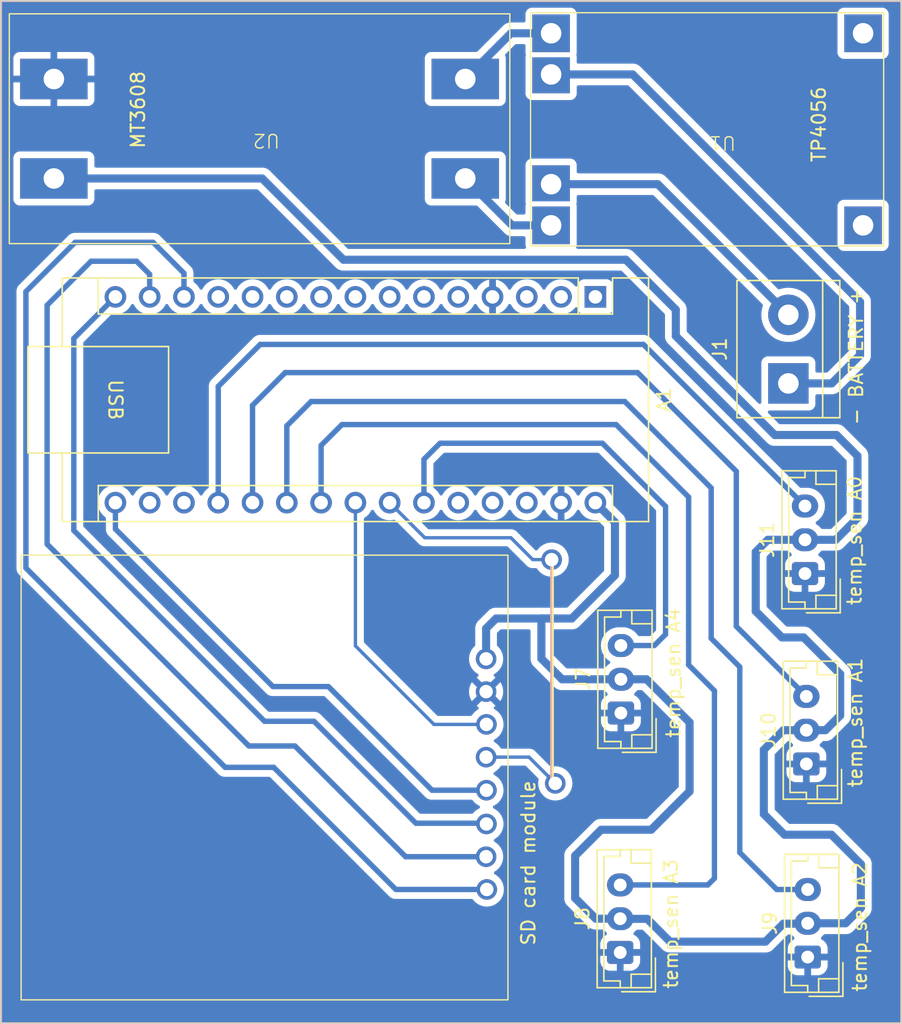
<source format=kicad_pcb>
(kicad_pcb (version 20221018) (generator pcbnew)
  (layers (0 "F.Cu" signal) (31 "B.Cu" signal) (34 "B.Paste" user) (35 "F.Paste" user) (36 "B.SilkS" user "B.Silkscreen") (37 "F.SilkS" user "F.Silkscreen") (38 "B.Mask" user) (39 "F.Mask" user) (44 "Edge.Cuts" user))
  (net 0 "")
  (net 4 "GND")
  (net 13 "CS")
  (net 14 "MOSI")
  (net 15 "MISO")
  (net 16 "SCK")
  (net 19 "A0")
  (net 20 "A1")
  (net 21 "A2")
  (net 22 "A3")
  (net 23 "SCL")
  (net 24 "SDA")
  (net 25 "A4")
  (net 29 "+5V")
  (net 30 "BAT+")
  (net 31 "BAT-")
  (net 34 "OUT+")
  (net 35 "OUT-")
  (footprint "Module:Arduino_Nano" (layer "F.Cu") (at 150.45 77.67 -90)
    (fp_text reference "A1" (at 7.62 -5.08 90) (layer "F.SilkS"))
    (fp_text value "Arduino_Nano_v3.x")
    (fp_text user "USB" (at 7.62 35.56 -90 unlocked) (layer "F.SilkS"))
    (fp_line (start -1.4 -3.94) (end -1.4 -1.27) (stroke (width 0.12)) (layer "F.SilkS"))
    (fp_line (start -1.4 1.27) (end -1.4 39.5) (stroke (width 0.12)) (layer "F.SilkS"))
    (fp_line (start -1.4 39.5) (end 3.68 39.5) (stroke (width 0.12)) (layer "F.SilkS"))
    (fp_line (start 1.27 -1.27) (end -1.4 -1.27) (stroke (width 0.12)) (layer "F.SilkS"))
    (fp_line (start 1.27 1.27) (end -1.4 1.27) (stroke (width 0.12)) (layer "F.SilkS"))
    (fp_line (start 1.27 1.27) (end 1.27 -1.27) (stroke (width 0.12)) (layer "F.SilkS"))
    (fp_line (start 1.27 1.27) (end 1.27 36.83) (stroke (width 0.12)) (layer "F.SilkS"))
    (fp_line (start 1.27 36.83) (end -1.4 36.83) (stroke (width 0.12)) (layer "F.SilkS"))
    (fp_line (start 3.68 31.62) (end 11.56 31.62) (stroke (width 0.12)) (layer "F.SilkS"))
    (fp_line (start 3.68 42.04) (end 3.68 31.62) (stroke (width 0.12)) (layer "F.SilkS"))
    (fp_line (start 11.56 31.62) (end 11.56 42.04) (stroke (width 0.12)) (layer "F.SilkS"))
    (fp_line (start 11.56 42.04) (end 3.68 42.04) (stroke (width 0.12)) (layer "F.SilkS"))
    (fp_line (start 13.97 -1.27) (end 13.97 36.83) (stroke (width 0.12)) (layer "F.SilkS"))
    (fp_line (start 13.97 -1.27) (end 16.64 -1.27) (stroke (width 0.12)) (layer "F.SilkS"))
    (fp_line (start 13.97 36.83) (end 16.64 36.83) (stroke (width 0.12)) (layer "F.SilkS"))
    (fp_line (start 16.64 -3.94) (end -1.4 -3.94) (stroke (width 0.12)) (layer "F.SilkS"))
    (fp_line (start 16.64 39.5) (end 11.56 39.5) (stroke (width 0.12)) (layer "F.SilkS"))
    (fp_line (start 16.64 39.5) (end 16.64 -3.94) (stroke (width 0.12)) (layer "F.SilkS"))
    (pad "1" thru_hole rect (at 0 0 270) (size 1.6 1.6) (drill 1) (layers "*.Cu" "*.Mask"))
    (pad "2" thru_hole oval (at 0 2.54 270) (size 1.6 1.6) (drill 1) (layers "*.Cu" "*.Mask"))
    (pad "3" thru_hole oval (at 0 5.08 270) (size 1.6 1.6) (drill 1) (layers "*.Cu" "*.Mask"))
    (pad "4" thru_hole oval (at 0 7.62 270) (size 1.6 1.6) (drill 1) (layers "*.Cu" "*.Mask") (net 4 "GND"))
    (pad "5" thru_hole oval (at 0 10.16 270) (size 1.6 1.6) (drill 1) (layers "*.Cu" "*.Mask"))
    (pad "6" thru_hole oval (at 0 12.7 270) (size 1.6 1.6) (drill 1) (layers "*.Cu" "*.Mask"))
    (pad "7" thru_hole oval (at 0 15.24 270) (size 1.6 1.6) (drill 1) (layers "*.Cu" "*.Mask"))
    (pad "8" thru_hole oval (at 0 17.78 270) (size 1.6 1.6) (drill 1) (layers "*.Cu" "*.Mask"))
    (pad "9" thru_hole oval (at 0 20.32 270) (size 1.6 1.6) (drill 1) (layers "*.Cu" "*.Mask"))
    (pad "10" thru_hole oval (at 0 22.86 270) (size 1.6 1.6) (drill 1) (layers "*.Cu" "*.Mask"))
    (pad "11" thru_hole oval (at 0 25.4 270) (size 1.6 1.6) (drill 1) (layers "*.Cu" "*.Mask"))
    (pad "12" thru_hole oval (at 0 27.94 270) (size 1.6 1.6) (drill 1) (layers "*.Cu" "*.Mask"))
    (pad "13" thru_hole oval (at 0 30.48 270) (size 1.6 1.6) (drill 1) (layers "*.Cu" "*.Mask") (net 13 "CS"))
    (pad "14" thru_hole oval (at 0 33.02 270) (size 1.6 1.6) (drill 1) (layers "*.Cu" "*.Mask") (net 14 "MOSI"))
    (pad "15" thru_hole oval (at 0 35.56 270) (size 1.6 1.6) (drill 1) (layers "*.Cu" "*.Mask") (net 15 "MISO"))
    (pad "16" thru_hole oval (at 15.24 35.56 270) (size 1.6 1.6) (drill 1) (layers "*.Cu" "*.Mask") (net 16 "SCK"))
    (pad "17" thru_hole oval (at 15.24 33.02 270) (size 1.6 1.6) (drill 1) (layers "*.Cu" "*.Mask"))
    (pad "18" thru_hole oval (at 15.24 30.48 270) (size 1.6 1.6) (drill 1) (layers "*.Cu" "*.Mask"))
    (pad "19" thru_hole oval (at 15.24 27.94 270) (size 1.6 1.6) (drill 1) (layers "*.Cu" "*.Mask") (net 19 "A0"))
    (pad "20" thru_hole oval (at 15.24 25.4 270) (size 1.6 1.6) (drill 1) (layers "*.Cu" "*.Mask") (net 20 "A1"))
    (pad "21" thru_hole oval (at 15.24 22.86 270) (size 1.6 1.6) (drill 1) (layers "*.Cu" "*.Mask") (net 21 "A2"))
    (pad "22" thru_hole oval (at 15.24 20.32 270) (size 1.6 1.6) (drill 1) (layers "*.Cu" "*.Mask") (net 22 "A3"))
    (pad "23" thru_hole oval (at 15.24 17.78 270) (size 1.6 1.6) (drill 1) (layers "*.Cu" "*.Mask") (net 24 "SDA"))
    (pad "24" thru_hole oval (at 15.24 15.24 270) (size 1.6 1.6) (drill 1) (layers "*.Cu" "*.Mask") (net 23 "SCL"))
    (pad "25" thru_hole oval (at 15.24 12.7 270) (size 1.6 1.6) (drill 1) (layers "*.Cu" "*.Mask") (net 25 "A4"))
    (pad "26" thru_hole oval (at 15.24 10.16 270) (size 1.6 1.6) (drill 1) (layers "*.Cu" "*.Mask"))
    (pad "27" thru_hole oval (at 15.24 7.62 270) (size 1.6 1.6) (drill 1) (layers "*.Cu" "*.Mask"))
    (pad "28" thru_hole oval (at 15.24 5.08 270) (size 1.6 1.6) (drill 1) (layers "*.Cu" "*.Mask"))
    (pad "29" thru_hole oval (at 15.24 2.54 270) (size 1.6 1.6) (drill 1) (layers "*.Cu" "*.Mask") (net 4 "GND"))
    (pad "30" thru_hole oval (at 15.24 0 270) (size 1.6 1.6) (drill 1) (layers "*.Cu" "*.Mask") (net 29 "+5V"))
  )
  (footprint "" (layer "F.Cu") (at 147.21 97.13)
    (fp_text reference "" (at 0 0) (layer "F.SilkS") (effects (font (size 1.27 1.27))))
    (fp_text value "" (at 0 0) (layer "F.SilkS") (effects (font (size 1.27 1.27))))
    (pad "4" thru_hole circle (at 0 0) (size 1.524 1.524) (drill 1) (layers "*.Cu" "*.Mask") (net 23 "SCL"))
  )
  (footprint "Connector_JST:JST_EH_B3B-EH-A_1x03_P2.50mm_Vertical" (layer "F.Cu") (at 165.98 98.16 90)
    (fp_text reference "J11" (at 2.5 -2.8 90) (layer "F.SilkS"))
    (fp_text value "B3B-PH-K-S" hide)
    (fp_line (start -2.91 0.11) (end -2.91 2.61) (stroke (width 0.12)) (layer "F.SilkS"))
    (fp_line (start -2.91 2.61) (end -0.41 2.61) (stroke (width 0.12)) (layer "F.SilkS"))
    (fp_line (start -2.61 -1.71) (end -2.61 2.31) (stroke (width 0.12)) (layer "F.SilkS"))
    (fp_line (start -2.61 0) (end -2.11 0) (stroke (width 0.12)) (layer "F.SilkS"))
    (fp_line (start -2.61 0.81) (end -1.61 0.81) (stroke (width 0.12)) (layer "F.SilkS"))
    (fp_line (start -2.61 2.31) (end 7.61 2.31) (stroke (width 0.12)) (layer "F.SilkS"))
    (fp_line (start -2.11 -1.21) (end 7.11 -1.21) (stroke (width 0.12)) (layer "F.SilkS"))
    (fp_line (start -2.11 0) (end -2.11 -1.21) (stroke (width 0.12)) (layer "F.SilkS"))
    (fp_line (start -1.61 0.81) (end -1.61 2.31) (stroke (width 0.12)) (layer "F.SilkS"))
    (fp_line (start 6.61 0.81) (end 6.61 2.31) (stroke (width 0.12)) (layer "F.SilkS"))
    (fp_line (start 7.11 -1.21) (end 7.11 0) (stroke (width 0.12)) (layer "F.SilkS"))
    (fp_line (start 7.11 0) (end 7.61 0) (stroke (width 0.12)) (layer "F.SilkS"))
    (fp_line (start 7.61 -1.71) (end -2.61 -1.71) (stroke (width 0.12)) (layer "F.SilkS"))
    (fp_line (start 7.61 0.81) (end 6.61 0.81) (stroke (width 0.12)) (layer "F.SilkS"))
    (fp_line (start 7.61 2.31) (end 7.61 -1.71) (stroke (width 0.12)) (layer "F.SilkS"))
    (pad "1" thru_hole roundrect (at 0 0 90) (size 1.7 1.95) (drill 0.95) (layers "*.Cu" "*.Mask") (roundrect_rratio 0.147059) (net 4 "GND"))
    (pad "2" thru_hole oval (at 2.5 0 90) (size 1.7 1.95) (drill 0.95) (layers "*.Cu" "*.Mask") (net 29 "+5V"))
    (pad "3" thru_hole oval (at 5 0 90) (size 1.7 1.95) (drill 0.95) (layers "*.Cu" "*.Mask") (net 19 "A0"))
  )
  (footprint "" (layer "F.Cu") (at 147.48 113.7)
    (fp_text reference "" (at 0 0) (layer "F.SilkS") (effects (font (size 1.27 1.27))))
    (fp_text value "" (at 0 0) (layer "F.SilkS") (effects (font (size 1.27 1.27))))
    (pad "4" thru_hole circle (at 0 0) (size 1.524 1.524) (drill 1) (layers "*.Cu" "*.Mask") (net 23 "SCL"))
  )
  (footprint "SD card module:SD card module" (layer "F.Cu") (at 125.93 113.28)
    (fp_text reference "U3" hide)
    (fp_text value "~")
    (fp_rect (start -18.025 -16.482) (end 18.043 16.45) (stroke (width 0.1)) (fill none) (layer "F.SilkS"))
    (pad "1" thru_hole circle (at 16.425 -8.8) (size 1.524 1.524) (drill 1) (layers "*.Cu" "*.Mask") (net 29 "+5V"))
    (pad "2" thru_hole circle (at 16.425 -6.375) (size 1.524 1.524) (drill 1) (layers "*.Cu" "*.Mask") (net 4 "GND"))
    (pad "3" thru_hole circle (at 16.45 -3.95) (size 1.524 1.524) (drill 1) (layers "*.Cu" "*.Mask") (net 24 "SDA"))
    (pad "4" thru_hole circle (at 16.425 -1.525) (size 1.524 1.524) (drill 1) (layers "*.Cu" "*.Mask") (net 23 "SCL"))
    (pad "5" thru_hole circle (at 16.45 0.925) (size 1.524 1.524) (drill 1) (layers "*.Cu" "*.Mask") (net 16 "SCK"))
    (pad "6" thru_hole circle (at 16.45 3.425) (size 1.524 1.524) (drill 1) (layers "*.Cu" "*.Mask") (net 15 "MISO"))
    (pad "7" thru_hole circle (at 16.425 5.85) (size 1.524 1.524) (drill 1) (layers "*.Cu" "*.Mask") (net 14 "MOSI"))
    (pad "8" thru_hole circle (at 16.475 8.275) (size 1.524 1.524) (drill 1) (layers "*.Cu" "*.Mask") (net 13 "CS"))
  )
  (footprint "TP4056:TP4056" (layer "F.Cu") (at 159.87 65.77 180)
    (fp_text reference "U1" (at 0 -0.5 180 unlocked) (layer "F.SilkS") (effects (font (thickness 0.1))))
    (fp_text value "TP4056")
    (fp_rect (start -11.938 -8.128) (end 14.224 9.144) (stroke (width 0.1)) (fill none) (layer "F.SilkS"))
    (pad "1" thru_hole rect (at -10.414 -6.604 180) (size 2.79 2.79) (drill 1.52) (layers "*.Cu" "*.Mask"))
    (pad "2" thru_hole rect (at -10.414 7.62 180) (size 2.79 2.79) (drill 1.52) (layers "*.Cu" "*.Mask"))
    (pad "3" thru_hole rect (at 12.7 -6.604 180) (size 2.79 2.79) (drill 1.52) (layers "*.Cu" "*.Mask") (net 34 "OUT+"))
    (pad "4" thru_hole rect (at 12.7 -3.556 180) (size 2.79 2.665) (drill 1.52 (offset 0 0.0625)) (layers "*.Cu" "*.Mask") (net 30 "BAT+"))
    (pad "5" thru_hole rect (at 12.7 7.62 180) (size 2.79 2.79) (drill 1.52) (layers "*.Cu" "*.Mask") (net 35 "OUT-"))
    (pad "6" thru_hole rect (at 12.7 4.572 180) (size 2.79 2.665) (drill 1.52 (offset 0 -0.0625)) (layers "*.Cu" "*.Mask") (net 31 "BAT-"))
  )
  (footprint "Connector_JST:JST_EH_B3B-EH-A_1x03_P2.50mm_Vertical" (layer "F.Cu") (at 166.08 112.26 90)
    (fp_text reference "J10" (at 2.5 -2.8 90) (layer "F.SilkS"))
    (fp_text value "B3B-PH-K-S" hide)
    (fp_line (start -2.91 0.11) (end -2.91 2.61) (stroke (width 0.12)) (layer "F.SilkS"))
    (fp_line (start -2.91 2.61) (end -0.41 2.61) (stroke (width 0.12)) (layer "F.SilkS"))
    (fp_line (start -2.61 -1.71) (end -2.61 2.31) (stroke (width 0.12)) (layer "F.SilkS"))
    (fp_line (start -2.61 0) (end -2.11 0) (stroke (width 0.12)) (layer "F.SilkS"))
    (fp_line (start -2.61 0.81) (end -1.61 0.81) (stroke (width 0.12)) (layer "F.SilkS"))
    (fp_line (start -2.61 2.31) (end 7.61 2.31) (stroke (width 0.12)) (layer "F.SilkS"))
    (fp_line (start -2.11 -1.21) (end 7.11 -1.21) (stroke (width 0.12)) (layer "F.SilkS"))
    (fp_line (start -2.11 0) (end -2.11 -1.21) (stroke (width 0.12)) (layer "F.SilkS"))
    (fp_line (start -1.61 0.81) (end -1.61 2.31) (stroke (width 0.12)) (layer "F.SilkS"))
    (fp_line (start 6.61 0.81) (end 6.61 2.31) (stroke (width 0.12)) (layer "F.SilkS"))
    (fp_line (start 7.11 -1.21) (end 7.11 0) (stroke (width 0.12)) (layer "F.SilkS"))
    (fp_line (start 7.11 0) (end 7.61 0) (stroke (width 0.12)) (layer "F.SilkS"))
    (fp_line (start 7.61 -1.71) (end -2.61 -1.71) (stroke (width 0.12)) (layer "F.SilkS"))
    (fp_line (start 7.61 0.81) (end 6.61 0.81) (stroke (width 0.12)) (layer "F.SilkS"))
    (fp_line (start 7.61 2.31) (end 7.61 -1.71) (stroke (width 0.12)) (layer "F.SilkS"))
    (pad "1" thru_hole roundrect (at 0 0 90) (size 1.7 1.95) (drill 0.95) (layers "*.Cu" "*.Mask") (roundrect_rratio 0.147059) (net 4 "GND"))
    (pad "2" thru_hole oval (at 2.5 0 90) (size 1.7 1.95) (drill 0.95) (layers "*.Cu" "*.Mask") (net 29 "+5V"))
    (pad "3" thru_hole oval (at 5 0 90) (size 1.7 1.95) (drill 0.95) (layers "*.Cu" "*.Mask") (net 20 "A1"))
  )
  (footprint "MT3608:MT3608" (layer "F.Cu") (at 126.08 65.6 180)
    (fp_text reference "U2" (at 0 -0.5 180 unlocked) (layer "F.SilkS") (effects (font (thickness 0.1))))
    (fp_text value "MT3608")
    (fp_rect (start -18.034 -8.128) (end 19.05 8.89) (stroke (width 0.1)) (fill none) (layer "F.SilkS"))
    (pad "1" thru_hole rect (at -14.732 -3.302 180) (size 5 3) (drill 1.52) (layers "*.Cu" "*.Mask") (net 34 "OUT+"))
    (pad "2" thru_hole rect (at -14.732 4.064 180) (size 5 3) (drill 1.52) (layers "*.Cu" "*.Mask") (net 35 "OUT-"))
    (pad "3" thru_hole rect (at 15.748 -3.302 180) (size 5 3) (drill 1.52) (layers "*.Cu" "*.Mask") (net 29 "+5V"))
    (pad "4" thru_hole rect (at 15.748 4.064 180) (size 5 3) (drill 1.52) (layers "*.Cu" "*.Mask") (net 4 "GND"))
  )
  (footprint "Connector_JST:JST_EH_B3B-EH-A_1x03_P2.50mm_Vertical" (layer "F.Cu") (at 152.34 108.49 90)
    (fp_text reference "J7" (at 2.5 -2.8 90) (layer "F.SilkS"))
    (fp_text value "B3B-PH-K-S" hide)
    (fp_line (start -2.91 0.11) (end -2.91 2.61) (stroke (width 0.12)) (layer "F.SilkS"))
    (fp_line (start -2.91 2.61) (end -0.41 2.61) (stroke (width 0.12)) (layer "F.SilkS"))
    (fp_line (start -2.61 -1.71) (end -2.61 2.31) (stroke (width 0.12)) (layer "F.SilkS"))
    (fp_line (start -2.61 0) (end -2.11 0) (stroke (width 0.12)) (layer "F.SilkS"))
    (fp_line (start -2.61 0.81) (end -1.61 0.81) (stroke (width 0.12)) (layer "F.SilkS"))
    (fp_line (start -2.61 2.31) (end 7.61 2.31) (stroke (width 0.12)) (layer "F.SilkS"))
    (fp_line (start -2.11 -1.21) (end 7.11 -1.21) (stroke (width 0.12)) (layer "F.SilkS"))
    (fp_line (start -2.11 0) (end -2.11 -1.21) (stroke (width 0.12)) (layer "F.SilkS"))
    (fp_line (start -1.61 0.81) (end -1.61 2.31) (stroke (width 0.12)) (layer "F.SilkS"))
    (fp_line (start 6.61 0.81) (end 6.61 2.31) (stroke (width 0.12)) (layer "F.SilkS"))
    (fp_line (start 7.11 -1.21) (end 7.11 0) (stroke (width 0.12)) (layer "F.SilkS"))
    (fp_line (start 7.11 0) (end 7.61 0) (stroke (width 0.12)) (layer "F.SilkS"))
    (fp_line (start 7.61 -1.71) (end -2.61 -1.71) (stroke (width 0.12)) (layer "F.SilkS"))
    (fp_line (start 7.61 0.81) (end 6.61 0.81) (stroke (width 0.12)) (layer "F.SilkS"))
    (fp_line (start 7.61 2.31) (end 7.61 -1.71) (stroke (width 0.12)) (layer "F.SilkS"))
    (pad "1" thru_hole roundrect (at 0 0 90) (size 1.7 1.95) (drill 0.95) (layers "*.Cu" "*.Mask") (roundrect_rratio 0.147059) (net 4 "GND"))
    (pad "2" thru_hole oval (at 2.5 0 90) (size 1.7 1.95) (drill 0.95) (layers "*.Cu" "*.Mask") (net 29 "+5V"))
    (pad "3" thru_hole oval (at 5 0 90) (size 1.7 1.95) (drill 0.95) (layers "*.Cu" "*.Mask") (net 25 "A4"))
  )
  (footprint "Connector_JST:JST_EH_B3B-EH-A_1x03_P2.50mm_Vertical" (layer "F.Cu") (at 166.18 126.56 90)
    (fp_text reference "J9" (at 2.5 -2.8 90) (layer "F.SilkS"))
    (fp_text value "B3B-PH-K-S" hide)
    (fp_line (start -2.91 0.11) (end -2.91 2.61) (stroke (width 0.12)) (layer "F.SilkS"))
    (fp_line (start -2.91 2.61) (end -0.41 2.61) (stroke (width 0.12)) (layer "F.SilkS"))
    (fp_line (start -2.61 -1.71) (end -2.61 2.31) (stroke (width 0.12)) (layer "F.SilkS"))
    (fp_line (start -2.61 0) (end -2.11 0) (stroke (width 0.12)) (layer "F.SilkS"))
    (fp_line (start -2.61 0.81) (end -1.61 0.81) (stroke (width 0.12)) (layer "F.SilkS"))
    (fp_line (start -2.61 2.31) (end 7.61 2.31) (stroke (width 0.12)) (layer "F.SilkS"))
    (fp_line (start -2.11 -1.21) (end 7.11 -1.21) (stroke (width 0.12)) (layer "F.SilkS"))
    (fp_line (start -2.11 0) (end -2.11 -1.21) (stroke (width 0.12)) (layer "F.SilkS"))
    (fp_line (start -1.61 0.81) (end -1.61 2.31) (stroke (width 0.12)) (layer "F.SilkS"))
    (fp_line (start 6.61 0.81) (end 6.61 2.31) (stroke (width 0.12)) (layer "F.SilkS"))
    (fp_line (start 7.11 -1.21) (end 7.11 0) (stroke (width 0.12)) (layer "F.SilkS"))
    (fp_line (start 7.11 0) (end 7.61 0) (stroke (width 0.12)) (layer "F.SilkS"))
    (fp_line (start 7.61 -1.71) (end -2.61 -1.71) (stroke (width 0.12)) (layer "F.SilkS"))
    (fp_line (start 7.61 0.81) (end 6.61 0.81) (stroke (width 0.12)) (layer "F.SilkS"))
    (fp_line (start 7.61 2.31) (end 7.61 -1.71) (stroke (width 0.12)) (layer "F.SilkS"))
    (pad "1" thru_hole roundrect (at 0 0 90) (size 1.7 1.95) (drill 0.95) (layers "*.Cu" "*.Mask") (roundrect_rratio 0.147059) (net 4 "GND"))
    (pad "2" thru_hole oval (at 2.5 0 90) (size 1.7 1.95) (drill 0.95) (layers "*.Cu" "*.Mask") (net 29 "+5V"))
    (pad "3" thru_hole oval (at 5 0 90) (size 1.7 1.95) (drill 0.95) (layers "*.Cu" "*.Mask") (net 21 "A2"))
  )
  (footprint "Connector_JST:JST_EH_B3B-EH-A_1x03_P2.50mm_Vertical" (layer "F.Cu") (at 152.29 126.22 90)
    (fp_text reference "J8" (at 2.5 -2.8 90) (layer "F.SilkS"))
    (fp_text value "B3B-PH-K-S" hide)
    (fp_line (start -2.91 0.11) (end -2.91 2.61) (stroke (width 0.12)) (layer "F.SilkS"))
    (fp_line (start -2.91 2.61) (end -0.41 2.61) (stroke (width 0.12)) (layer "F.SilkS"))
    (fp_line (start -2.61 -1.71) (end -2.61 2.31) (stroke (width 0.12)) (layer "F.SilkS"))
    (fp_line (start -2.61 0) (end -2.11 0) (stroke (width 0.12)) (layer "F.SilkS"))
    (fp_line (start -2.61 0.81) (end -1.61 0.81) (stroke (width 0.12)) (layer "F.SilkS"))
    (fp_line (start -2.61 2.31) (end 7.61 2.31) (stroke (width 0.12)) (layer "F.SilkS"))
    (fp_line (start -2.11 -1.21) (end 7.11 -1.21) (stroke (width 0.12)) (layer "F.SilkS"))
    (fp_line (start -2.11 0) (end -2.11 -1.21) (stroke (width 0.12)) (layer "F.SilkS"))
    (fp_line (start -1.61 0.81) (end -1.61 2.31) (stroke (width 0.12)) (layer "F.SilkS"))
    (fp_line (start 6.61 0.81) (end 6.61 2.31) (stroke (width 0.12)) (layer "F.SilkS"))
    (fp_line (start 7.11 -1.21) (end 7.11 0) (stroke (width 0.12)) (layer "F.SilkS"))
    (fp_line (start 7.11 0) (end 7.61 0) (stroke (width 0.12)) (layer "F.SilkS"))
    (fp_line (start 7.61 -1.71) (end -2.61 -1.71) (stroke (width 0.12)) (layer "F.SilkS"))
    (fp_line (start 7.61 0.81) (end 6.61 0.81) (stroke (width 0.12)) (layer "F.SilkS"))
    (fp_line (start 7.61 2.31) (end 7.61 -1.71) (stroke (width 0.12)) (layer "F.SilkS"))
    (pad "1" thru_hole roundrect (at 0 0 90) (size 1.7 1.95) (drill 0.95) (layers "*.Cu" "*.Mask") (roundrect_rratio 0.147059) (net 4 "GND"))
    (pad "2" thru_hole oval (at 2.5 0 90) (size 1.7 1.95) (drill 0.95) (layers "*.Cu" "*.Mask") (net 29 "+5V"))
    (pad "3" thru_hole oval (at 5 0 90) (size 1.7 1.95) (drill 0.95) (layers "*.Cu" "*.Mask") (net 22 "A3"))
  )
  (footprint "TerminalBlock:TerminalBlock_bornier-2_P5.08mm" (layer "F.Cu") (at 164.75 84.08 90)
    (fp_text reference "J1" (at 2.54 -5.08 90) (layer "F.SilkS"))
    (fp_text value "battery")
    (fp_line (start -2.54 -3.81) (end -2.54 3.81) (stroke (width 0.12)) (layer "F.SilkS"))
    (fp_line (start -2.54 3.81) (end 7.62 3.81) (stroke (width 0.12)) (layer "F.SilkS"))
    (fp_line (start 7.62 -3.81) (end -2.54 -3.81) (stroke (width 0.12)) (layer "F.SilkS"))
    (fp_line (start 7.62 2.54) (end -2.54 2.54) (stroke (width 0.12)) (layer "F.SilkS"))
    (fp_line (start 7.62 3.81) (end 7.62 -3.81) (stroke (width 0.12)) (layer "F.SilkS"))
    (pad "1" thru_hole rect (at 0 0 90) (size 3 3) (drill 1.52) (layers "*.Cu" "*.Mask") (net 31 "BAT-"))
    (pad "2" thru_hole circle (at 5.08 0 90) (size 3 3) (drill 1.52) (layers "*.Cu" "*.Mask") (net 30 "BAT+"))
  )
  (gr_line (start 147.17 97.06) (end 147.17 113.37) (stroke (width 0.15)) (layer "B.SilkS"))
  (gr_rect (start 106.42 55.76) (end 173.11 131.459676) (stroke (width 0.15)) (fill none) (layer "B.SilkS"))
  (gr_line (start 147.3 97.06) (end 147.3 113.21) (stroke (width 0.15)) (layer "F.SilkS"))
  (gr_line (start 173.13 131.48) (end 106.39 131.48) (stroke (width 0.1)) (layer "Edge.Cuts"))
  (gr_line (start 106.39 55.74) (end 173.13 55.74) (stroke (width 0.1)) (layer "Edge.Cuts"))
  (gr_line (start 106.39 131.48) (end 106.39 55.74) (stroke (width 0.1)) (layer "Edge.Cuts"))
  (gr_line (start 173.13 55.74) (end 173.13 131.48) (stroke (width 0.1)) (layer "Edge.Cuts"))
  (gr_text "temp_sen A2" (at 170.63 129.21 90) (layer "F.SilkS") (effects (font (size 1 1)) (justify left bottom)))
  (gr_text "temp_sen A1" (at 170.3 114.08 90) (layer "F.SilkS") (effects (font (size 1 1)) (justify left bottom)))
  (gr_text "temp_sen A0\n" (at 170.24 100.59 90) (layer "F.SilkS") (effects (font (size 1 1)) (justify left bottom)))
  (gr_text "TP4056" (at 167.59 67.78 90) (layer "F.SilkS") (effects (font (size 1 1)) (justify left bottom)))
  (gr_text "temp_sen A4" (at 156.82 110.4 90) (layer "F.SilkS") (effects (font (size 1 1)) (justify left bottom)))
  (gr_text "temp_sen A3" (at 156.64 128.99 90) (layer "F.SilkS") (effects (font (size 1 1)) (justify left bottom)))
  (gr_text "- BATTERY +" (at 170.35 87.25 90) (layer "F.SilkS") (effects (font (size 1 1)) (justify left bottom)))
  (gr_text "SD card module" (at 146.07 125.79 90) (layer "F.SilkS") (effects (font (size 1 1)) (justify left bottom)))
  (gr_text "MT3608" (at 117.15 66.77 90) (layer "F.SilkS") (effects (font (size 1 1)) (justify left bottom)))
  (segment (start 135.665 121.555) (end 142.405 121.555) (width 0.4) (layer "B.Cu") (net 13))
  (segment (start 108.26 97.75) (end 123.02 112.51) (width 0.4) (layer "B.Cu") (net 13))
  (segment (start 119.97 76.86) (end 119.97 75.92) (width 0.4) (layer "B.Cu") (net 13))
  (segment (start 123.02 112.51) (end 126.62 112.51) (width 0.4) (layer "B.Cu") (net 13))
  (segment (start 108.26 77.28) (end 108.26 97.75) (width 0.4) (layer "B.Cu") (net 13))
  (segment (start 126.62 112.51) (end 135.665 121.555) (width 0.4) (layer "B.Cu") (net 13))
  (segment (start 119.97 77.67) (end 119.97 76.86) (width 0.25) (layer "B.Cu") (net 13))
  (segment (start 111.91 73.63) (end 108.26 77.28) (width 0.4) (layer "B.Cu") (net 13))
  (segment (start 117.68 73.63) (end 111.91 73.63) (width 0.4) (layer "B.Cu") (net 13))
  (segment (start 119.97 75.92) (end 117.68 73.63) (width 0.4) (layer "B.Cu") (net 13))
  (segment (start 117.43 77.67) (end 117.43 76.79) (width 0.25) (layer "B.Cu") (net 14))
  (segment (start 109.83 95.98) (end 124.78 110.93) (width 0.4) (layer "B.Cu") (net 14))
  (segment (start 124.78 110.93) (end 128.19 110.93) (width 0.4) (layer "B.Cu") (net 14))
  (segment (start 116.46 75.03) (end 113.09 75.03) (width 0.4) (layer "B.Cu") (net 14))
  (segment (start 128.19 110.93) (end 136.39 119.13) (width 0.4) (layer "B.Cu") (net 14))
  (segment (start 117.43 76) (end 116.46 75.03) (width 0.4) (layer "B.Cu") (net 14))
  (segment (start 113.09 75.03) (end 109.83 78.29) (width 0.4) (layer "B.Cu") (net 14))
  (segment (start 117.43 76.79) (end 117.43 76) (width 0.4) (layer "B.Cu") (net 14))
  (segment (start 109.83 78.29) (end 109.83 95.98) (width 0.4) (layer "B.Cu") (net 14))
  (segment (start 136.39 119.13) (end 142.355 119.13) (width 0.4) (layer "B.Cu") (net 14))
  (segment (start 142.325 116.65) (end 142.38 116.705) (width 0.25) (layer "B.Cu") (net 15))
  (segment (start 111.81 94.97) (end 125.94 109.1) (width 0.4) (layer "B.Cu") (net 15))
  (segment (start 114.89 77.67) (end 111.81 80.75) (width 0.4) (layer "B.Cu") (net 15))
  (segment (start 129.6 109.1) (end 137.15 116.65) (width 0.4) (layer "B.Cu") (net 15))
  (segment (start 125.94 109.1) (end 129.6 109.1) (width 0.4) (layer "B.Cu") (net 15))
  (segment (start 137.15 116.65) (end 142.325 116.65) (width 0.4) (layer "B.Cu") (net 15))
  (segment (start 111.81 80.75) (end 111.81 94.97) (width 0.4) (layer "B.Cu") (net 15))
  (segment (start 114.89 94.86) (end 126.56 106.53) (width 0.4) (layer "B.Cu") (net 16))
  (segment (start 114.89 92.91) (end 114.89 94.86) (width 0.4) (layer "B.Cu") (net 16))
  (segment (start 138.345 114.205) (end 142.38 114.205) (width 0.4) (layer "B.Cu") (net 16))
  (segment (start 126.56 106.53) (end 130.67 106.53) (width 0.4) (layer "B.Cu") (net 16))
  (segment (start 130.67 106.53) (end 138.345 114.205) (width 0.4) (layer "B.Cu") (net 16))
  (segment (start 122.51 92.91) (end 122.51 84.3) (width 0.4) (layer "B.Cu") (net 19))
  (segment (start 154.01 81.19) (end 165.98 93.16) (width 0.4) (layer "B.Cu") (net 19))
  (segment (start 122.51 84.3) (end 125.62 81.19) (width 0.4) (layer "B.Cu") (net 19))
  (segment (start 125.62 81.19) (end 154.01 81.19) (width 0.4) (layer "B.Cu") (net 19))
  (segment (start 127.47 83.28) (end 153.58 83.28) (width 0.4) (layer "B.Cu") (net 20))
  (segment (start 153.58 83.28) (end 160.89 90.59) (width 0.4) (layer "B.Cu") (net 20))
  (segment (start 160.89 102.07) (end 166.08 107.26) (width 0.4) (layer "B.Cu") (net 20))
  (segment (start 125.05 92.91) (end 125.05 85.7) (width 0.4) (layer "B.Cu") (net 20))
  (segment (start 125.05 85.7) (end 127.47 83.28) (width 0.4) (layer "B.Cu") (net 20))
  (segment (start 160.89 90.59) (end 160.89 102.07) (width 0.4) (layer "B.Cu") (net 20))
  (segment (start 129.39 85.42) (end 152.63 85.42) (width 0.4) (layer "B.Cu") (net 21))
  (segment (start 152.63 85.42) (end 159.03 91.82) (width 0.4) (layer "B.Cu") (net 21))
  (segment (start 159.03 102.96) (end 161.15 105.08) (width 0.4) (layer "B.Cu") (net 21))
  (segment (start 163.89 121.56) (end 166.18 121.56) (width 0.4) (layer "B.Cu") (net 21))
  (segment (start 127.59 87.22) (end 129.39 85.42) (width 0.4) (layer "B.Cu") (net 21))
  (segment (start 159.03 91.82) (end 159.03 102.96) (width 0.4) (layer "B.Cu") (net 21))
  (segment (start 127.59 92.91) (end 127.59 87.22) (width 0.4) (layer "B.Cu") (net 21))
  (segment (start 161.15 118.82) (end 163.89 121.56) (width 0.4) (layer "B.Cu") (net 21))
  (segment (start 161.15 105.08) (end 161.15 118.82) (width 0.4) (layer "B.Cu") (net 21))
  (segment (start 158.78 121.22) (end 152.29 121.22) (width 0.4) (layer "B.Cu") (net 22))
  (segment (start 157.36 104.93) (end 159.27 106.84) (width 0.4) (layer "B.Cu") (net 22))
  (segment (start 159.27 106.84) (end 159.27 120.73) (width 0.4) (layer "B.Cu") (net 22))
  (segment (start 131.67 87.13) (end 151.99 87.13) (width 0.4) (layer "B.Cu") (net 22))
  (segment (start 151.99 87.13) (end 157.36 92.5) (width 0.4) (layer "B.Cu") (net 22))
  (segment (start 157.36 92.5) (end 157.36 104.93) (width 0.4) (layer "B.Cu") (net 22))
  (segment (start 159.27 120.73) (end 158.78 121.22) (width 0.4) (layer "B.Cu") (net 22))
  (segment (start 130.13 88.67) (end 131.67 87.13) (width 0.4) (layer "B.Cu") (net 22))
  (segment (start 130.13 92.91) (end 130.13 88.67) (width 0.4) (layer "B.Cu") (net 22))
  (segment (start 145.535 111.755) (end 147.48 113.7) (width 0.25) (layer "B.Cu") (net 23))
  (segment (start 135.21 92.91) (end 137.81 95.51) (width 0.25) (layer "B.Cu") (net 23))
  (segment (start 144.19 95.51) (end 145.81 97.13) (width 0.25) (layer "B.Cu") (net 23))
  (segment (start 145.81 97.13) (end 147.21 97.13) (width 0.25) (layer "B.Cu") (net 23))
  (segment (start 137.81 95.51) (end 144.19 95.51) (width 0.25) (layer "B.Cu") (net 23))
  (segment (start 142.355 111.755) (end 145.535 111.755) (width 0.25) (layer "B.Cu") (net 23))
  (segment (start 132.67 103.51) (end 138.49 109.33) (width 0.25) (layer "B.Cu") (net 24))
  (segment (start 138.49 109.33) (end 142.38 109.33) (width 0.25) (layer "B.Cu") (net 24))
  (segment (start 132.67 92.91) (end 132.67 103.51) (width 0.25) (layer "B.Cu") (net 24))
  (segment (start 137.75 92.91) (end 137.75 89.7) (width 0.4) (layer "B.Cu") (net 25))
  (segment (start 154.82 103.49) (end 152.34 103.49) (width 0.4) (layer "B.Cu") (net 25))
  (segment (start 137.75 89.7) (end 138.94 88.51) (width 0.4) (layer "B.Cu") (net 25))
  (segment (start 155.65 93.19) (end 155.65 102.66) (width 0.4) (layer "B.Cu") (net 25))
  (segment (start 155.65 102.66) (end 154.82 103.49) (width 0.4) (layer "B.Cu") (net 25))
  (segment (start 150.97 88.51) (end 155.65 93.19) (width 0.4) (layer "B.Cu") (net 25))
  (segment (start 138.94 88.51) (end 150.97 88.51) (width 0.4) (layer "B.Cu") (net 25))
  (segment (start 168.32 87.9) (end 163.74 87.9) (width 0.6) (layer "B.Cu") (net 29))
  (segment (start 163.74 87.9) (end 156.41 80.57) (width 0.6) (layer "B.Cu") (net 29))
  (segment (start 125.762 68.902) (end 110.332 68.902) (width 0.6) (layer "B.Cu") (net 29))
  (segment (start 157.43 114.29) (end 157.43 109.18) (width 0.6) (layer "B.Cu") (net 29))
  (segment (start 164.27 102.89) (end 165.88 102.89) (width 0.6) (layer "B.Cu") (net 29))
  (segment (start 155.98 125.42) (end 154.29 123.73) (width 0.6) (layer "B.Cu") (net 29))
  (segment (start 169.87 89.45) (end 168.32 87.9) (width 0.6) (layer "B.Cu") (net 29))
  (segment (start 162.33 96.56) (end 162.33 100.95) (width 0.6) (layer "B.Cu") (net 29))
  (segment (start 154.29 123.73) (end 152.3 123.73) (width 0.6) (layer "B.Cu") (net 29))
  (segment (start 167.94 117.5) (end 170.12 119.68) (width 0.6) (layer "B.Cu") (net 29))
  (segment (start 148.95 119.06) (end 150.88 117.13) (width 0.6) (layer "B.Cu") (net 29))
  (segment (start 151.9 98.29) (end 151.9 94.36) (width 0.6) (layer "B.Cu") (net 29))
  (segment (start 142.355 102.225) (end 143.09 101.49) (width 0.6) (layer "B.Cu") (net 29))
  (segment (start 146.45 101.49) (end 148.7 101.49) (width 0.6) (layer "B.Cu") (net 29))
  (segment (start 164.46 117.5) (end 167.94 117.5) (width 0.6) (layer "B.Cu") (net 29))
  (segment (start 166.15 124.09) (end 164.38 124.09) (width 0.6) (layer "B.Cu") (net 29))
  (segment (start 163.05 125.42) (end 155.98 125.42) (width 0.6) (layer "B.Cu") (net 29))
  (segment (start 168.59 108.67) (end 167.5 109.76) (width 0.6) (layer "B.Cu") (net 29))
  (segment (start 165.98 95.66) (end 163.23 95.66) (width 0.6) (layer "B.Cu") (net 29))
  (segment (start 152.29 123.72) (end 150.48 123.72) (width 0.6) (layer "B.Cu") (net 29))
  (segment (start 168.26 95.66) (end 169.2 94.72) (width 0.6) (layer "B.Cu") (net 29))
  (segment (start 142.355 104.48) (end 142.355 102.225) (width 0.6) (layer "B.Cu") (net 29))
  (segment (start 150.48 123.72) (end 148.95 122.19) (width 0.6) (layer "B.Cu") (net 29))
  (segment (start 154.24 105.99) (end 152.34 105.99) (width 0.6) (layer "B.Cu") (net 29))
  (segment (start 131.78 74.92) (end 125.762 68.902) (width 0.6) (layer "B.Cu") (net 29))
  (segment (start 148.95 122.19) (end 148.95 119.06) (width 0.6) (layer "B.Cu") (net 29))
  (segment (start 146.45 104.46) (end 146.45 101.49) (width 0.6) (layer "B.Cu") (net 29))
  (segment (start 163.23 95.66) (end 162.33 96.56) (width 0.6) (layer "B.Cu") (net 29))
  (segment (start 168.99 124.06) (end 166.18 124.06) (width 0.6) (layer "B.Cu") (net 29))
  (segment (start 154.59 117.13) (end 157.43 114.29) (width 0.6) (layer "B.Cu") (net 29))
  (segment (start 151.9 94.36) (end 150.45 92.91) (width 0.6) (layer "B.Cu") (net 29))
  (segment (start 146.45 101.49) (end 147.63 101.49) (width 0.6) (layer "B.Cu") (net 29))
  (segment (start 162.93 111.21) (end 162.93 115.97) (width 0.6) (layer "B.Cu") (net 29))
  (segment (start 152.71 74.92) (end 131.78 74.92) (width 0.6) (layer "B.Cu") (net 29))
  (segment (start 165.88 102.89) (end 168.59 105.6) (width 0.6) (layer "B.Cu") (net 29))
  (segment (start 166.08 109.76) (end 164.38 109.76) (width 0.6) (layer "B.Cu") (net 29))
  (segment (start 169.87 94.05) (end 169.87 89.45) (width 0.6) (layer "B.Cu") (net 29))
  (segment (start 156.41 80.57) (end 156.41 78.62) (width 0.6) (layer "B.Cu") (net 29))
  (segment (start 162.93 115.97) (end 164.46 117.5) (width 0.6) (layer "B.Cu") (net 29))
  (segment (start 170.12 122.93) (end 168.99 124.06) (width 0.6) (layer "B.Cu") (net 29))
  (segment (start 164.38 109.76) (end 162.93 111.21) (width 0.6) (layer "B.Cu") (net 29))
  (segment (start 143.09 101.49) (end 146.45 101.49) (width 0.6) (layer "B.Cu") (net 29))
  (segment (start 150.88 117.13) (end 154.59 117.13) (width 0.6) (layer "B.Cu") (net 29))
  (segment (start 167.5 109.76) (end 166.08 109.76) (width 0.6) (layer "B.Cu") (net 29))
  (segment (start 170.12 119.68) (end 170.12 122.93) (width 0.6) (layer "B.Cu") (net 29))
  (segment (start 162.33 100.95) (end 164.27 102.89) (width 0.6) (layer "B.Cu") (net 29))
  (segment (start 156.41 78.62) (end 152.71 74.92) (width 0.6) (layer "B.Cu") (net 29))
  (segment (start 168.59 105.6) (end 168.59 108.67) (width 0.6) (layer "B.Cu") (net 29))
  (segment (start 169.2 94.72) (end 169.87 94.05) (width 0.6) (layer "B.Cu") (net 29))
  (segment (start 164.38 124.09) (end 163.05 125.42) (width 0.6) (layer "B.Cu") (net 29))
  (segment (start 157.43 109.18) (end 154.24 105.99) (width 0.6) (layer "B.Cu") (net 29))
  (segment (start 152.34 105.99) (end 147.98 105.99) (width 0.6) (layer "B.Cu") (net 29))
  (segment (start 148.7 101.49) (end 151.9 98.29) (width 0.6) (layer "B.Cu") (net 29))
  (segment (start 146.45 104.46) (end 147.98 105.99) (width 0.6) (layer "B.Cu") (net 29))
  (segment (start 165.98 95.66) (end 168.26 95.66) (width 0.6) (layer "B.Cu") (net 29))
  (segment (start 155.076 69.326) (end 164.75 79) (width 0.6) (layer "B.Cu") (net 30))
  (segment (start 147.17 69.326) (end 155.076 69.326) (width 0.6) (layer "B.Cu") (net 30))
  (segment (start 170.06 81.98) (end 167.96 84.08) (width 0.6) (layer "B.Cu") (net 31))
  (segment (start 153.218 61.198) (end 170.06 78.04) (width 0.6) (layer "B.Cu") (net 31))
  (segment (start 147.17 61.198) (end 153.218 61.198) (width 0.6) (layer "B.Cu") (net 31))
  (segment (start 167.96 84.08) (end 164.75 84.08) (width 0.6) (layer "B.Cu") (net 31))
  (segment (start 170.06 78.04) (end 170.06 81.98) (width 0.6) (layer "B.Cu") (net 31))
  (segment (start 140.812 68.902) (end 144.284 72.374) (width 0.6) (layer "B.Cu") (net 34))
  (segment (start 144.284 72.374) (end 147.17 72.374) (width 0.6) (layer "B.Cu") (net 34))
  (segment (start 144.198 58.15) (end 147.17 58.15) (width 0.6) (layer "B.Cu") (net 35))
  (segment (start 140.812 61.536) (end 144.198 58.15) (width 0.6) (layer "B.Cu") (net 35))
  (zone (net 4) (net_name "GND") (layer "B.Cu") (connect_pads (clearance 0.5)) (min_thickness 0.25) (fill yes (thermal_gap 0.5) (thermal_bridge_width 0.5))
    (polygon (pts (xy 173.15 55.71) (xy 173.15 131.47) (xy 106.37 131.43) (xy 106.37 55.71)))
  )
)
</source>
